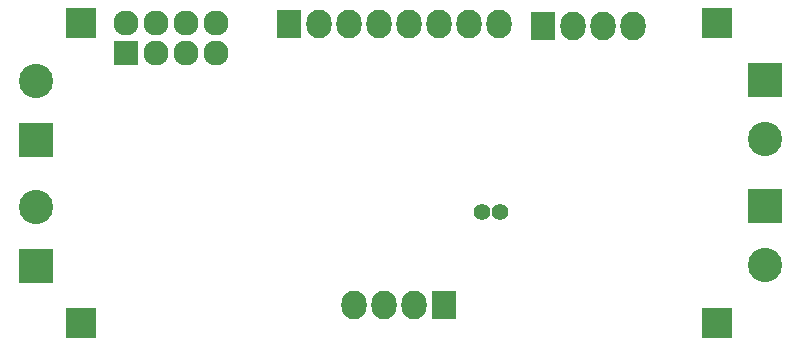
<source format=gbr>
G04 #@! TF.FileFunction,Soldermask,Bot*
%FSLAX46Y46*%
G04 Gerber Fmt 4.6, Leading zero omitted, Abs format (unit mm)*
G04 Created by KiCad (PCBNEW 4.0.2-stable) date 2016年09月17日 星期六 10:25:48*
%MOMM*%
G01*
G04 APERTURE LIST*
%ADD10C,0.100000*%
%ADD11R,2.900000X2.900000*%
%ADD12C,2.900000*%
%ADD13R,2.635200X2.635200*%
%ADD14R,2.127200X2.432000*%
%ADD15O,2.127200X2.432000*%
%ADD16R,2.127200X2.127200*%
%ADD17O,2.127200X2.127200*%
%ADD18C,1.400760*%
G04 APERTURE END LIST*
D10*
D11*
X175260000Y-80772000D03*
D12*
X175260000Y-85772000D03*
D11*
X175260000Y-91440000D03*
D12*
X175260000Y-96440000D03*
D13*
X171196000Y-75946000D03*
X171196000Y-101346000D03*
D11*
X113538000Y-85852000D03*
D12*
X113538000Y-80852000D03*
D11*
X113538000Y-96520000D03*
D12*
X113538000Y-91520000D03*
D13*
X117348000Y-75946000D03*
X117348000Y-101346000D03*
D14*
X134937500Y-76009500D03*
D15*
X137477500Y-76009500D03*
X140017500Y-76009500D03*
X142557500Y-76009500D03*
X145097500Y-76009500D03*
X147637500Y-76009500D03*
X150177500Y-76009500D03*
X152717500Y-76009500D03*
D14*
X148082000Y-99822000D03*
D15*
X145542000Y-99822000D03*
X143002000Y-99822000D03*
X140462000Y-99822000D03*
D14*
X156464000Y-76200000D03*
D15*
X159004000Y-76200000D03*
X161544000Y-76200000D03*
X164084000Y-76200000D03*
D16*
X121158000Y-78486000D03*
D17*
X121158000Y-75946000D03*
X123698000Y-78486000D03*
X123698000Y-75946000D03*
X126238000Y-78486000D03*
X126238000Y-75946000D03*
X128778000Y-78486000D03*
X128778000Y-75946000D03*
D18*
X152768300Y-91948000D03*
X151269700Y-91948000D03*
M02*

</source>
